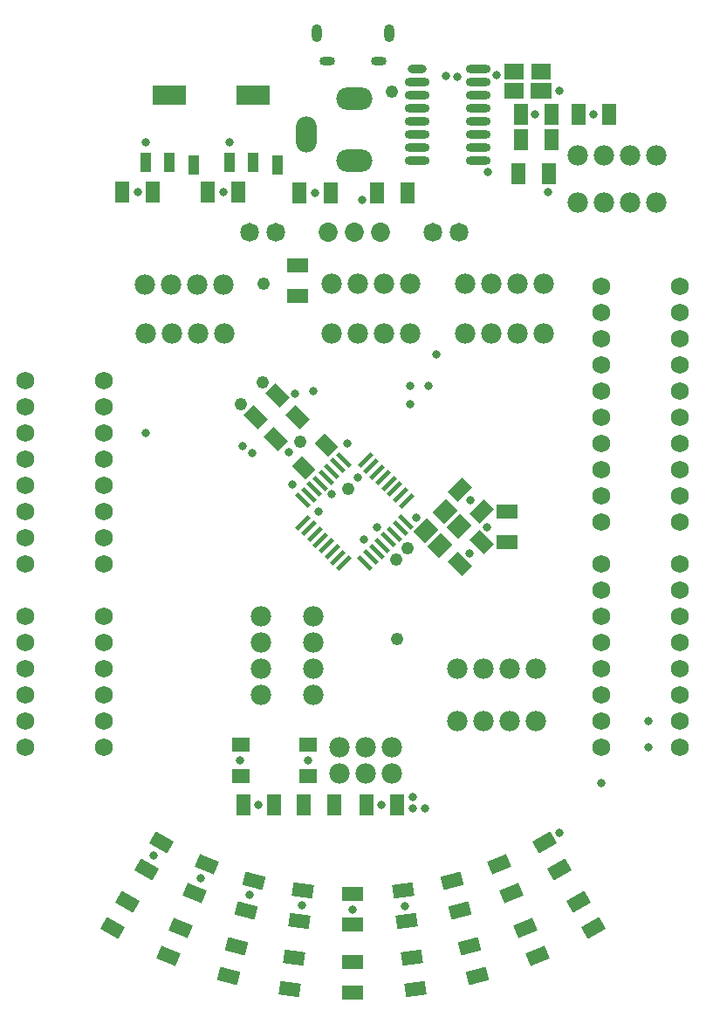
<source format=gts>
G04*
G04 #@! TF.GenerationSoftware,Altium Limited,Altium Designer,24.2.2 (26)*
G04*
G04 Layer_Color=8388736*
%FSLAX44Y44*%
%MOMM*%
G71*
G04*
G04 #@! TF.SameCoordinates,F7C56DC2-231D-4419-A4E4-230404E4AC21*
G04*
G04*
G04 #@! TF.FilePolarity,Negative*
G04*
G01*
G75*
G04:AMPARAMS|DCode=25|XSize=1.3716mm|YSize=1.8542mm|CornerRadius=0mm|HoleSize=0mm|Usage=FLASHONLY|Rotation=225.000|XOffset=0mm|YOffset=0mm|HoleType=Round|Shape=Rectangle|*
%AMROTATEDRECTD25*
4,1,4,-0.1706,1.1405,1.1405,-0.1706,0.1706,-1.1405,-1.1405,0.1706,-0.1706,1.1405,0.0*
%
%ADD25ROTATEDRECTD25*%

%ADD43C,0.0000*%
G04:AMPARAMS|DCode=44|XSize=1.3208mm|YSize=2.0066mm|CornerRadius=0mm|HoleSize=0mm|Usage=FLASHONLY|Rotation=60.000|XOffset=0mm|YOffset=0mm|HoleType=Round|Shape=Rectangle|*
%AMROTATEDRECTD44*
4,1,4,0.5387,-1.0736,-1.1991,-0.0703,-0.5387,1.0736,1.1991,0.0703,0.5387,-1.0736,0.0*
%
%ADD44ROTATEDRECTD44*%

%ADD45R,1.3208X2.0066*%
%ADD46R,2.0066X1.3208*%
%ADD47R,3.3020X1.9032*%
%ADD48R,1.0414X1.9032*%
G04:AMPARAMS|DCode=49|XSize=1.3208mm|YSize=2.0066mm|CornerRadius=0mm|HoleSize=0mm|Usage=FLASHONLY|Rotation=45.000|XOffset=0mm|YOffset=0mm|HoleType=Round|Shape=Rectangle|*
%AMROTATEDRECTD49*
4,1,4,0.2425,-1.1764,-1.1764,0.2425,-0.2425,1.1764,1.1764,-0.2425,0.2425,-1.1764,0.0*
%
%ADD49ROTATEDRECTD49*%

%ADD50O,2.4032X0.8128*%
%ADD51O,1.8542X0.8128*%
%ADD52R,1.8542X1.6032*%
%ADD53R,2.0032X1.6032*%
G04:AMPARAMS|DCode=54|XSize=0.4318mm|YSize=1.7008mm|CornerRadius=0mm|HoleSize=0mm|Usage=FLASHONLY|Rotation=45.000|XOffset=0mm|YOffset=0mm|HoleType=Round|Shape=Rectangle|*
%AMROTATEDRECTD54*
4,1,4,0.4487,-0.7540,-0.7540,0.4487,-0.4487,0.7540,0.7540,-0.4487,0.4487,-0.7540,0.0*
%
%ADD54ROTATEDRECTD54*%

G04:AMPARAMS|DCode=55|XSize=0.4318mm|YSize=1.7008mm|CornerRadius=0mm|HoleSize=0mm|Usage=FLASHONLY|Rotation=315.000|XOffset=0mm|YOffset=0mm|HoleType=Round|Shape=Rectangle|*
%AMROTATEDRECTD55*
4,1,4,-0.7540,-0.4487,0.4487,0.7540,0.7540,0.4487,-0.4487,-0.7540,-0.7540,-0.4487,0.0*
%
%ADD55ROTATEDRECTD55*%

G04:AMPARAMS|DCode=56|XSize=1.6032mm|YSize=1.8542mm|CornerRadius=0mm|HoleSize=0mm|Usage=FLASHONLY|Rotation=135.000|XOffset=0mm|YOffset=0mm|HoleType=Round|Shape=Rectangle|*
%AMROTATEDRECTD56*
4,1,4,1.2224,0.0887,-0.0887,-1.2224,-1.2224,-0.0887,0.0887,1.2224,1.2224,0.0887,0.0*
%
%ADD56ROTATEDRECTD56*%

G04:AMPARAMS|DCode=57|XSize=1.3208mm|YSize=2.0066mm|CornerRadius=0mm|HoleSize=0mm|Usage=FLASHONLY|Rotation=135.000|XOffset=0mm|YOffset=0mm|HoleType=Round|Shape=Rectangle|*
%AMROTATEDRECTD57*
4,1,4,1.1764,0.2425,-0.2425,-1.1764,-1.1764,-0.2425,0.2425,1.1764,1.1764,0.2425,0.0*
%
%ADD57ROTATEDRECTD57*%

G04:AMPARAMS|DCode=58|XSize=1.3208mm|YSize=2.0066mm|CornerRadius=0mm|HoleSize=0mm|Usage=FLASHONLY|Rotation=120.000|XOffset=0mm|YOffset=0mm|HoleType=Round|Shape=Rectangle|*
%AMROTATEDRECTD58*
4,1,4,1.1991,-0.0703,-0.5387,-1.0736,-1.1991,0.0703,0.5387,1.0736,1.1991,-0.0703,0.0*
%
%ADD58ROTATEDRECTD58*%

G04:AMPARAMS|DCode=59|XSize=1.3208mm|YSize=2.0066mm|CornerRadius=0mm|HoleSize=0mm|Usage=FLASHONLY|Rotation=112.500|XOffset=0mm|YOffset=0mm|HoleType=Round|Shape=Rectangle|*
%AMROTATEDRECTD59*
4,1,4,1.1797,-0.2262,-0.6742,-0.9941,-1.1797,0.2262,0.6742,0.9941,1.1797,-0.2262,0.0*
%
%ADD59ROTATEDRECTD59*%

G04:AMPARAMS|DCode=60|XSize=1.3208mm|YSize=2.0066mm|CornerRadius=0mm|HoleSize=0mm|Usage=FLASHONLY|Rotation=105.000|XOffset=0mm|YOffset=0mm|HoleType=Round|Shape=Rectangle|*
%AMROTATEDRECTD60*
4,1,4,1.1400,-0.3782,-0.7982,-0.8976,-1.1400,0.3782,0.7982,0.8976,1.1400,-0.3782,0.0*
%
%ADD60ROTATEDRECTD60*%

G04:AMPARAMS|DCode=61|XSize=1.3208mm|YSize=2.0066mm|CornerRadius=0mm|HoleSize=0mm|Usage=FLASHONLY|Rotation=97.500|XOffset=0mm|YOffset=0mm|HoleType=Round|Shape=Rectangle|*
%AMROTATEDRECTD61*
4,1,4,1.0809,-0.5238,-0.9085,-0.7857,-1.0809,0.5238,0.9085,0.7857,1.0809,-0.5238,0.0*
%
%ADD61ROTATEDRECTD61*%

G04:AMPARAMS|DCode=62|XSize=1.3208mm|YSize=2.0066mm|CornerRadius=0mm|HoleSize=0mm|Usage=FLASHONLY|Rotation=82.500|XOffset=0mm|YOffset=0mm|HoleType=Round|Shape=Rectangle|*
%AMROTATEDRECTD62*
4,1,4,0.9085,-0.7857,-1.0809,-0.5238,-0.9085,0.7857,1.0809,0.5238,0.9085,-0.7857,0.0*
%
%ADD62ROTATEDRECTD62*%

G04:AMPARAMS|DCode=63|XSize=1.3208mm|YSize=2.0066mm|CornerRadius=0mm|HoleSize=0mm|Usage=FLASHONLY|Rotation=75.000|XOffset=0mm|YOffset=0mm|HoleType=Round|Shape=Rectangle|*
%AMROTATEDRECTD63*
4,1,4,0.7982,-0.8976,-1.1400,-0.3782,-0.7982,0.8976,1.1400,0.3782,0.7982,-0.8976,0.0*
%
%ADD63ROTATEDRECTD63*%

G04:AMPARAMS|DCode=64|XSize=1.3208mm|YSize=2.0066mm|CornerRadius=0mm|HoleSize=0mm|Usage=FLASHONLY|Rotation=67.500|XOffset=0mm|YOffset=0mm|HoleType=Round|Shape=Rectangle|*
%AMROTATEDRECTD64*
4,1,4,0.6742,-0.9941,-1.1797,-0.2262,-0.6742,0.9941,1.1797,0.2262,0.6742,-0.9941,0.0*
%
%ADD64ROTATEDRECTD64*%

%ADD65R,1.7032X1.4032*%
%ADD66C,1.9812*%
%ADD67O,2.0032X3.5032*%
%ADD68O,3.5052X2.2032*%
%ADD69C,1.8532*%
%ADD70C,1.8232*%
%ADD71C,1.7272*%
%ADD72O,1.5032X0.8532*%
%ADD73O,0.9782X1.7532*%
%ADD74C,0.8382*%
%ADD75C,1.2192*%
D25*
X447424Y524894D02*
D03*
X469516Y546986D02*
D03*
D43*
X428981Y752856D02*
G03*
X428981Y752856I-8611J0D01*
G01*
X403581D02*
G03*
X403581Y752856I-8611J0D01*
G01*
X606781D02*
G03*
X606781Y752856I-8611J0D01*
G01*
X581381D02*
G03*
X581381Y752856I-8611J0D01*
G01*
D44*
X261747Y78074D02*
D03*
X276733Y104031D02*
D03*
X309753Y161223D02*
D03*
X294767Y135267D02*
D03*
D45*
X354330Y792226D02*
D03*
X384302D02*
D03*
X301244D02*
D03*
X271272D02*
D03*
X688340Y867410D02*
D03*
X658368D02*
D03*
X655574Y810260D02*
D03*
X685546D02*
D03*
X658114Y843280D02*
D03*
X688086D02*
D03*
X548640Y791464D02*
D03*
X518668D02*
D03*
X744220Y867410D02*
D03*
X714248D02*
D03*
X477266Y198120D02*
D03*
X447294D02*
D03*
X443484Y791464D02*
D03*
X473456D02*
D03*
X388874Y198120D02*
D03*
X418846D02*
D03*
X508254D02*
D03*
X538226D02*
D03*
D46*
X441960Y721106D02*
D03*
Y691134D02*
D03*
X645160Y452374D02*
D03*
Y482346D02*
D03*
X495300Y15494D02*
D03*
X495300Y45466D02*
D03*
X495300Y111506D02*
D03*
Y81534D02*
D03*
D47*
X317500Y885940D02*
D03*
X398780D02*
D03*
D48*
X294386Y820940D02*
D03*
X317500D02*
D03*
X340614Y818440D02*
D03*
X375666Y820940D02*
D03*
X398780D02*
D03*
X421894Y818440D02*
D03*
D49*
X441376Y573409D02*
D03*
X420183Y552215D02*
D03*
X400883Y573603D02*
D03*
X422077Y594797D02*
D03*
X599003Y431363D02*
D03*
X620197Y452557D02*
D03*
D50*
X557784Y822960D02*
D03*
Y835660D02*
D03*
Y848360D02*
D03*
Y861060D02*
D03*
Y873760D02*
D03*
Y886460D02*
D03*
Y899160D02*
D03*
X617220Y911860D02*
D03*
Y899160D02*
D03*
Y886460D02*
D03*
Y873760D02*
D03*
Y861060D02*
D03*
Y848360D02*
D03*
Y835660D02*
D03*
Y822960D02*
D03*
D51*
X557784Y911860D02*
D03*
D52*
X651518Y909360D02*
D03*
Y889960D02*
D03*
X677918Y909360D02*
D03*
D53*
Y889960D02*
D03*
D54*
X507151Y432322D02*
D03*
X512719Y437890D02*
D03*
X518466Y443637D02*
D03*
X524034Y449205D02*
D03*
X529781Y454953D02*
D03*
X535349Y460520D02*
D03*
X541096Y466268D02*
D03*
X546664Y471835D02*
D03*
X486136Y532364D02*
D03*
X480568Y526796D02*
D03*
X474821Y521049D02*
D03*
X469253Y515481D02*
D03*
X463506Y509734D02*
D03*
X457938Y504166D02*
D03*
X452190Y498418D02*
D03*
X446623Y492851D02*
D03*
D55*
X547011Y492504D02*
D03*
X541443Y498072D02*
D03*
X535695Y503819D02*
D03*
X530128Y509387D02*
D03*
X524380Y515134D02*
D03*
X518813Y520702D02*
D03*
X513065Y526450D02*
D03*
X507497Y532017D02*
D03*
X446969Y471489D02*
D03*
X452537Y465921D02*
D03*
X458284Y460174D02*
D03*
X463852Y454606D02*
D03*
X469599Y448859D02*
D03*
X475167Y443291D02*
D03*
X480914Y437544D02*
D03*
X486482Y431976D02*
D03*
D56*
X598206Y468211D02*
D03*
X584488Y481929D02*
D03*
X579539Y449544D02*
D03*
X565821Y463262D02*
D03*
D57*
X599003Y503357D02*
D03*
X620197Y482163D02*
D03*
D58*
X728853Y78074D02*
D03*
X713867Y104031D02*
D03*
X695833Y135267D02*
D03*
X680847Y161223D02*
D03*
D59*
X662584Y78741D02*
D03*
X674054Y51050D02*
D03*
X648781Y112063D02*
D03*
X637312Y139754D02*
D03*
D60*
X608439Y60361D02*
D03*
X616196Y31410D02*
D03*
X591346Y124151D02*
D03*
X599104Y95200D02*
D03*
D61*
X556270Y19490D02*
D03*
X552357Y49206D02*
D03*
X543889Y114681D02*
D03*
X547802Y84965D02*
D03*
D62*
X434330Y19490D02*
D03*
X438243Y49206D02*
D03*
X446862Y114681D02*
D03*
X442950Y84965D02*
D03*
D63*
X382161Y60361D02*
D03*
X374404Y31410D02*
D03*
X391497Y95200D02*
D03*
X399254Y124151D02*
D03*
D64*
X316546Y51050D02*
D03*
X328016Y78741D02*
D03*
X353288Y139754D02*
D03*
X341819Y112063D02*
D03*
D65*
X452120Y226060D02*
D03*
X386120Y256060D02*
D03*
Y226060D02*
D03*
X452120Y256060D02*
D03*
D66*
X457200Y330200D02*
D03*
Y304800D02*
D03*
Y381000D02*
D03*
Y355600D02*
D03*
X406400D02*
D03*
Y381000D02*
D03*
Y304800D02*
D03*
Y330200D02*
D03*
X525780Y655320D02*
D03*
X551180D02*
D03*
X474980D02*
D03*
X500380D02*
D03*
X525780Y703580D02*
D03*
X551180D02*
D03*
X474980D02*
D03*
X500380D02*
D03*
X622300Y279400D02*
D03*
X596900D02*
D03*
X673100D02*
D03*
X647700D02*
D03*
X622300Y330200D02*
D03*
X596900D02*
D03*
X673100D02*
D03*
X647700D02*
D03*
X344170Y702056D02*
D03*
X369570D02*
D03*
X293370D02*
D03*
X318770D02*
D03*
X319786Y655320D02*
D03*
X294386D02*
D03*
X370586D02*
D03*
X345186D02*
D03*
X655320D02*
D03*
X680720D02*
D03*
X604520D02*
D03*
X629920D02*
D03*
X655320Y703580D02*
D03*
X680720D02*
D03*
X604520D02*
D03*
X629920D02*
D03*
X739140Y828040D02*
D03*
X713740D02*
D03*
X789940D02*
D03*
X764540D02*
D03*
X739140Y782320D02*
D03*
X713740D02*
D03*
X789940D02*
D03*
X764540D02*
D03*
X482600Y228600D02*
D03*
Y254000D02*
D03*
X508000Y228600D02*
D03*
Y254000D02*
D03*
X533400Y228600D02*
D03*
Y254000D02*
D03*
D67*
X450070Y847650D02*
D03*
D68*
X496570Y822650D02*
D03*
Y882650D02*
D03*
D69*
X521970Y752856D02*
D03*
X496570D02*
D03*
X471170D02*
D03*
D70*
X420370D02*
D03*
X394970D02*
D03*
X598170D02*
D03*
X572770D02*
D03*
D71*
X736600Y701040D02*
D03*
Y675640D02*
D03*
Y650240D02*
D03*
Y624840D02*
D03*
Y599440D02*
D03*
Y574040D02*
D03*
Y548640D02*
D03*
Y523240D02*
D03*
Y497840D02*
D03*
Y472440D02*
D03*
X254000Y254000D02*
D03*
Y279400D02*
D03*
Y304800D02*
D03*
Y330200D02*
D03*
Y355600D02*
D03*
Y381000D02*
D03*
X177800D02*
D03*
Y355600D02*
D03*
Y330200D02*
D03*
Y304800D02*
D03*
Y279400D02*
D03*
Y254000D02*
D03*
X812800D02*
D03*
Y279400D02*
D03*
Y304800D02*
D03*
Y330200D02*
D03*
Y355600D02*
D03*
Y381000D02*
D03*
Y406400D02*
D03*
Y431800D02*
D03*
X736600Y254000D02*
D03*
Y279400D02*
D03*
Y304800D02*
D03*
Y330200D02*
D03*
Y355600D02*
D03*
Y381000D02*
D03*
Y406400D02*
D03*
Y431800D02*
D03*
X177800Y609600D02*
D03*
Y584200D02*
D03*
Y558800D02*
D03*
Y533400D02*
D03*
Y508000D02*
D03*
Y482600D02*
D03*
Y457200D02*
D03*
Y431800D02*
D03*
X254000Y609600D02*
D03*
Y584200D02*
D03*
Y558800D02*
D03*
Y533400D02*
D03*
Y508000D02*
D03*
Y482600D02*
D03*
Y457200D02*
D03*
Y431800D02*
D03*
X812800Y472440D02*
D03*
Y497840D02*
D03*
Y523240D02*
D03*
Y548640D02*
D03*
Y574040D02*
D03*
Y599440D02*
D03*
Y624840D02*
D03*
Y650240D02*
D03*
Y675640D02*
D03*
Y701040D02*
D03*
D72*
X470300Y919150D02*
D03*
X520300D02*
D03*
D73*
X460300Y946150D02*
D03*
X530300D02*
D03*
D74*
X782320Y254000D02*
D03*
Y279400D02*
D03*
X546100Y99568D02*
D03*
X433070Y539750D02*
D03*
X728980Y867410D02*
D03*
X369316Y792226D02*
D03*
X504190Y784860D02*
D03*
X523240Y198120D02*
D03*
X403860D02*
D03*
X452120Y241300D02*
D03*
X386080D02*
D03*
X286512Y792226D02*
D03*
X458470Y791464D02*
D03*
X375920Y840740D02*
D03*
X294640D02*
D03*
X576580Y635000D02*
D03*
X551180Y604520D02*
D03*
X568960D02*
D03*
X490220Y548640D02*
D03*
X500380Y515620D02*
D03*
X457200Y599440D02*
D03*
X439420Y596900D02*
D03*
X388620Y546100D02*
D03*
X397187Y538533D02*
D03*
X585344Y904367D02*
D03*
X596773Y904240D02*
D03*
X626110Y811530D02*
D03*
X684530Y792480D02*
D03*
X671830Y867410D02*
D03*
X695875Y170327D02*
D03*
X695960Y890270D02*
D03*
X634746Y905510D02*
D03*
X625094Y467360D02*
D03*
X609092Y493522D02*
D03*
X608584Y441452D02*
D03*
X556768Y476250D02*
D03*
X495300Y96520D02*
D03*
X445770Y100330D02*
D03*
X394970Y110490D02*
D03*
X347980Y127000D02*
D03*
X302260Y148590D02*
D03*
X518250Y466611D02*
D03*
X506222Y454914D02*
D03*
X474472Y498856D02*
D03*
X293878Y558800D02*
D03*
X565150Y194310D02*
D03*
X553720Y205740D02*
D03*
Y194310D02*
D03*
X736437Y218619D02*
D03*
X462280Y482600D02*
D03*
X436110Y508770D02*
D03*
X551180Y586740D02*
D03*
D75*
X407445Y607285D02*
D03*
X386490Y586330D02*
D03*
X408940Y703580D02*
D03*
X444500Y549910D02*
D03*
X537958Y358337D02*
D03*
X532765Y889635D02*
D03*
X548640Y447040D02*
D03*
X537210Y435610D02*
D03*
X490728Y504190D02*
D03*
M02*

</source>
